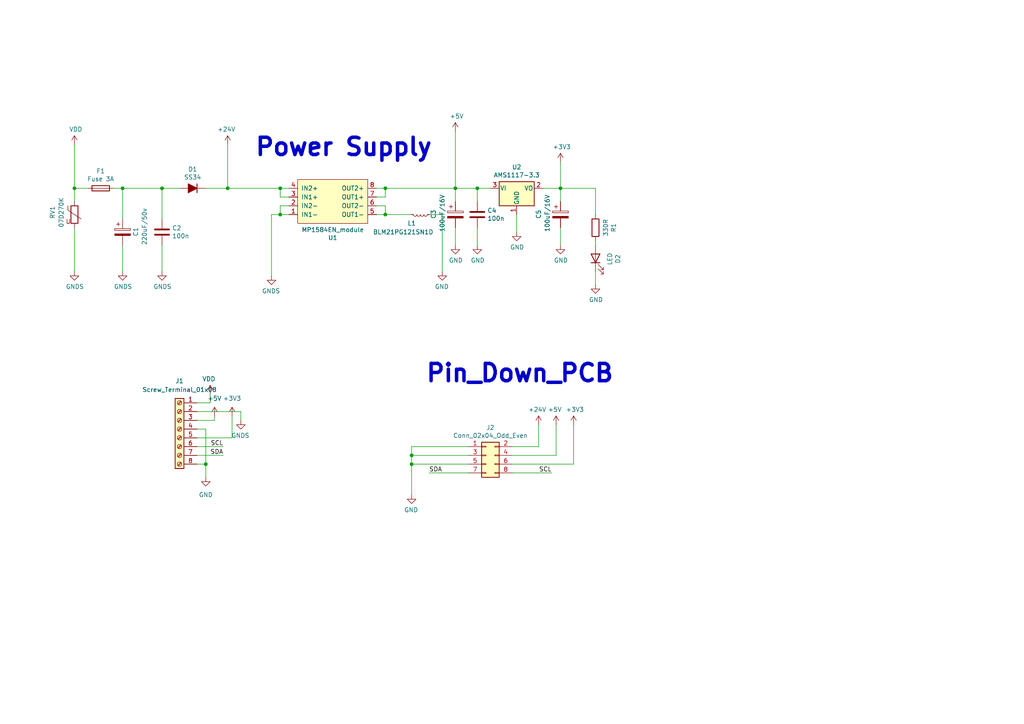
<source format=kicad_sch>
(kicad_sch (version 20211123) (generator eeschema)
  (paper "A4")
  (lib_symbols
    (symbol "Connector:Screw_Terminal_01x08" (pin_names (offset 1.016) hide)
      (property "Reference" "J" (at 0 10.16 0))
      (property "Value" "Screw_Terminal_01x08" (at 0 -12.7 0))
      (symbol "Screw_Terminal_01x08_1_1"
        (rectangle (start -1.27 8.89) (end 1.27 -11.43) (stroke (width 0.254)) (fill (type background)))
        (circle (center 0 -10.16) (radius 0.635) (stroke (width 0.1524)))
        (circle (center 0 -7.62) (radius 0.635) (stroke (width 0.1524)))
        (circle (center 0 -5.08) (radius 0.635) (stroke (width 0.1524)))
        (circle (center 0 -2.54) (radius 0.635) (stroke (width 0.1524)))
        (polyline (pts (xy -0.5334 -9.8298) (xy 0.3302 -10.668)) (stroke (width 0.1524)))
        (polyline (pts (xy -0.5334 -7.2898) (xy 0.3302 -8.128)) (stroke (width 0.1524)))
        (polyline (pts (xy -0.5334 -4.7498) (xy 0.3302 -5.588)) (stroke (width 0.1524)))
        (polyline (pts (xy -0.5334 -2.2098) (xy 0.3302 -3.048)) (stroke (width 0.1524)))
        (polyline (pts (xy -0.5334 0.3302) (xy 0.3302 -0.508)) (stroke (width 0.1524)))
        (polyline (pts (xy -0.5334 2.8702) (xy 0.3302 2.032)) (stroke (width 0.1524)))
        (polyline (pts (xy -0.5334 5.4102) (xy 0.3302 4.572)) (stroke (width 0.1524)))
        (polyline (pts (xy -0.5334 7.9502) (xy 0.3302 7.112)) (stroke (width 0.1524)))
        (polyline (pts (xy -0.3556 -9.652) (xy 0.508 -10.4902)) (stroke (width 0.1524)))
        (polyline (pts (xy -0.3556 -7.112) (xy 0.508 -7.9502)) (stroke (width 0.1524)))
        (polyline (pts (xy -0.3556 -4.572) (xy 0.508 -5.4102)) (stroke (width 0.1524)))
        (polyline (pts (xy -0.3556 -2.032) (xy 0.508 -2.8702)) (stroke (width 0.1524)))
        (polyline (pts (xy -0.3556 0.508) (xy 0.508 -0.3302)) (stroke (width 0.1524)))
        (polyline (pts (xy -0.3556 3.048) (xy 0.508 2.2098)) (stroke (width 0.1524)))
        (polyline (pts (xy -0.3556 5.588) (xy 0.508 4.7498)) (stroke (width 0.1524)))
        (polyline (pts (xy -0.3556 8.128) (xy 0.508 7.2898)) (stroke (width 0.1524)))
        (circle (center 0 0) (radius 0.635) (stroke (width 0.1524)))
        (circle (center 0 2.54) (radius 0.635) (stroke (width 0.1524)))
        (circle (center 0 5.08) (radius 0.635) (stroke (width 0.1524)))
        (circle (center 0 7.62) (radius 0.635) (stroke (width 0.1524)))
        (pin passive line (at -5.08 7.62 0) (length 3.81) (name "Pin_1") (number "1"))
        (pin passive line (at -5.08 5.08 0) (length 3.81) (name "Pin_2") (number "2"))
        (pin passive line (at -5.08 2.54 0) (length 3.81) (name "Pin_3") (number "3"))
        (pin passive line (at -5.08 0 0) (length 3.81) (name "Pin_4") (number "4"))
        (pin passive line (at -5.08 -2.54 0) (length 3.81) (name "Pin_5") (number "5"))
        (pin passive line (at -5.08 -5.08 0) (length 3.81) (name "Pin_6") (number "6"))
        (pin passive line (at -5.08 -7.62 0) (length 3.81) (name "Pin_7") (number "7"))
        (pin passive line (at -5.08 -10.16 0) (length 3.81) (name "Pin_8") (number "8"))
      )
    )
    (symbol "Connector_Generic:Conn_02x04_Odd_Even" (pin_names (offset 1.016) hide)
      (property "Reference" "J" (at 1.27 5.08 0))
      (property "Value" "Conn_02x04_Odd_Even" (at 1.27 -7.62 0))
      (symbol "Conn_02x04_Odd_Even_1_1"
        (rectangle (start -1.27 -4.953) (end 0 -5.207) (stroke (width 0.1524)))
        (rectangle (start -1.27 -2.413) (end 0 -2.667) (stroke (width 0.1524)))
        (rectangle (start -1.27 0.127) (end 0 -0.127) (stroke (width 0.1524)))
        (rectangle (start -1.27 2.667) (end 0 2.413) (stroke (width 0.1524)))
        (rectangle (start -1.27 3.81) (end 3.81 -6.35) (stroke (width 0.254)) (fill (type background)))
        (rectangle (start 3.81 -4.953) (end 2.54 -5.207) (stroke (width 0.1524)))
        (rectangle (start 3.81 -2.413) (end 2.54 -2.667) (stroke (width 0.1524)))
        (rectangle (start 3.81 0.127) (end 2.54 -0.127) (stroke (width 0.1524)))
        (rectangle (start 3.81 2.667) (end 2.54 2.413) (stroke (width 0.1524)))
        (pin passive line (at -5.08 2.54 0) (length 3.81) (name "Pin_1") (number "1"))
        (pin passive line (at 7.62 2.54 180) (length 3.81) (name "Pin_2") (number "2"))
        (pin passive line (at -5.08 0 0) (length 3.81) (name "Pin_3") (number "3"))
        (pin passive line (at 7.62 0 180) (length 3.81) (name "Pin_4") (number "4"))
        (pin passive line (at -5.08 -2.54 0) (length 3.81) (name "Pin_5") (number "5"))
        (pin passive line (at 7.62 -2.54 180) (length 3.81) (name "Pin_6") (number "6"))
        (pin passive line (at -5.08 -5.08 0) (length 3.81) (name "Pin_7") (number "7"))
        (pin passive line (at 7.62 -5.08 180) (length 3.81) (name "Pin_8") (number "8"))
      )
    )
    (symbol "Device:C" (pin_numbers hide) (pin_names (offset 0.254))
      (property "Reference" "C" (at 0.635 2.54 0))
      (property "Value" "C" (at 0.635 -2.54 0))
      (symbol "C_0_1"
        (polyline (pts (xy -2.032 -0.762) (xy 2.032 -0.762)) (stroke (width 0.508)))
        (polyline (pts (xy -2.032 0.762) (xy 2.032 0.762)) (stroke (width 0.508)))
      )
      (symbol "C_1_1"
        (pin passive line (at 0 3.81 270) (length 2.794) (name "~") (number "1"))
        (pin passive line (at 0 -3.81 90) (length 2.794) (name "~") (number "2"))
      )
    )
    (symbol "Device:CP" (pin_numbers hide) (pin_names (offset 0.254))
      (property "Reference" "C" (at 0.635 2.54 0))
      (property "Value" "Device_CP" (at 0.635 -2.54 0))
      (symbol "CP_0_1"
        (rectangle (start -2.286 0.508) (end 2.286 1.016))
        (polyline (pts (xy -1.778 2.286) (xy -0.762 2.286)))
        (polyline (pts (xy -1.27 2.794) (xy -1.27 1.778)))
        (rectangle (start 2.286 -0.508) (end -2.286 -1.016) (fill (type outline)))
      )
      (symbol "CP_1_1"
        (pin passive line (at 0 3.81 270) (length 2.794) (name "~") (number "1"))
        (pin passive line (at 0 -3.81 90) (length 2.794) (name "~") (number "2"))
      )
    )
    (symbol "Device:D_ALT" (pin_numbers hide) (pin_names (offset 1.016) hide)
      (property "Reference" "D" (at 0 2.54 0))
      (property "Value" "Device_D_ALT" (at 0 -2.54 0))
      (symbol "D_ALT_0_1"
        (polyline (pts (xy -1.27 1.27) (xy -1.27 -1.27)) (stroke (width 0.254)))
        (polyline (pts (xy 1.27 0) (xy -1.27 0)))
        (polyline (pts (xy 1.27 1.27) (xy 1.27 -1.27) (xy -1.27 0) (xy 1.27 1.27)) (stroke (width 0.254)) (fill (type outline)))
      )
      (symbol "D_ALT_1_1"
        (pin passive line (at -3.81 0 0) (length 2.54) (name "K") (number "1"))
        (pin passive line (at 3.81 0 180) (length 2.54) (name "A") (number "2"))
      )
    )
    (symbol "Device:Fuse" (pin_numbers hide) (pin_names (offset 0))
      (property "Reference" "F" (at 2.032 0 90))
      (property "Value" "Fuse" (at -1.905 0 90))
      (symbol "Fuse_0_1"
        (rectangle (start -0.762 -2.54) (end 0.762 2.54) (stroke (width 0.254)))
        (polyline (pts (xy 0 2.54) (xy 0 -2.54)))
      )
      (symbol "Fuse_1_1"
        (pin passive line (at 0 3.81 270) (length 1.27) (name "~") (number "1"))
        (pin passive line (at 0 -3.81 90) (length 1.27) (name "~") (number "2"))
      )
    )
    (symbol "Device:LED" (pin_numbers hide) (pin_names (offset 1.016) hide)
      (property "Reference" "D" (at 0 2.54 0))
      (property "Value" "LED" (at 0 -2.54 0))
      (symbol "LED_0_1"
        (polyline (pts (xy -1.27 -1.27) (xy -1.27 1.27)) (stroke (width 0.254)))
        (polyline (pts (xy -1.27 0) (xy 1.27 0)))
        (polyline (pts (xy 1.27 -1.27) (xy 1.27 1.27) (xy -1.27 0) (xy 1.27 -1.27)) (stroke (width 0.254)))
        (polyline (pts (xy -3.048 -0.762) (xy -4.572 -2.286) (xy -3.81 -2.286) (xy -4.572 -2.286) (xy -4.572 -1.524)))
        (polyline (pts (xy -1.778 -0.762) (xy -3.302 -2.286) (xy -2.54 -2.286) (xy -3.302 -2.286) (xy -3.302 -1.524)))
      )
      (symbol "LED_1_1"
        (pin passive line (at -3.81 0 0) (length 2.54) (name "K") (number "1"))
        (pin passive line (at 3.81 0 180) (length 2.54) (name "A") (number "2"))
      )
    )
    (symbol "Device:L_Small" (pin_numbers hide) (pin_names (offset 0.254) hide)
      (property "Reference" "L" (at 0.762 1.016 0))
      (property "Value" "L_Small" (at 0.762 -1.016 0))
      (symbol "L_Small_0_1"
        (arc (start 0 -2.032) (mid 0.508 -1.524) (end 0 -1.016))
        (arc (start 0 -1.016) (mid 0.508 -0.508) (end 0 0))
        (arc (start 0 0) (mid 0.508 0.508) (end 0 1.016))
        (arc (start 0 1.016) (mid 0.508 1.524) (end 0 2.032))
      )
      (symbol "L_Small_1_1"
        (pin passive line (at 0 2.54 270) (length 0.508) (name "~") (number "1"))
        (pin passive line (at 0 -2.54 90) (length 0.508) (name "~") (number "2"))
      )
    )
    (symbol "Device:R" (pin_numbers hide) (pin_names (offset 0))
      (property "Reference" "R" (at 2.032 0 90))
      (property "Value" "R" (at 0 0 90))
      (symbol "R_0_1"
        (rectangle (start -1.016 -2.54) (end 1.016 2.54) (stroke (width 0.254)))
      )
      (symbol "R_1_1"
        (pin passive line (at 0 3.81 270) (length 1.27) (name "~") (number "1"))
        (pin passive line (at 0 -3.81 90) (length 1.27) (name "~") (number "2"))
      )
    )
    (symbol "Device:Varistor" (pin_numbers hide) (pin_names (offset 0))
      (property "Reference" "RV" (at 3.175 0 90))
      (property "Value" "Varistor" (at -3.175 0 90))
      (symbol "Varistor_0_0"
        (text "U" (at -1.778 -2.032 0) (effects (font (size 1.27 1.27))))
      )
      (symbol "Varistor_0_1"
        (rectangle (start -1.016 -2.54) (end 1.016 2.54) (stroke (width 0.254)))
        (polyline (pts (xy -1.905 2.54) (xy -1.905 1.27) (xy 1.905 -1.27)))
      )
      (symbol "Varistor_1_1"
        (pin passive line (at 0 3.81 270) (length 1.27) (name "~") (number "1"))
        (pin passive line (at 0 -3.81 90) (length 1.27) (name "~") (number "2"))
      )
    )
    (symbol "MP1584EN_module:MP1584EN_module" (pin_names (offset 1.016))
      (property "Reference" "U" (at 0 0 0))
      (property "Value" "MP1584EN_module" (at 3.81 -2.54 0))
      (symbol "MP1584EN_module_0_1"
        (rectangle (start 1.27 -6.35) (end 21.59 -19.05) (fill (type background)))
      )
      (symbol "MP1584EN_module_1_1"
        (pin input line (at -1.27 -8.89 0) (length 2.54) (name "IN1-") (number "1"))
        (pin input line (at -1.27 -11.43 0) (length 2.54) (name "IN2-") (number "2"))
        (pin input line (at -1.27 -13.97 0) (length 2.54) (name "IN1+") (number "3"))
        (pin input line (at -1.27 -16.51 0) (length 2.54) (name "IN2+") (number "4"))
        (pin input line (at 24.13 -8.89 180) (length 2.54) (name "OUT1-") (number "5"))
        (pin input line (at 24.13 -11.43 180) (length 2.54) (name "OUT2-") (number "6"))
        (pin input line (at 24.13 -13.97 180) (length 2.54) (name "OUT1+") (number "7"))
        (pin input line (at 24.13 -16.51 180) (length 2.54) (name "OUT2+") (number "8"))
      )
    )
    (symbol "Regulator_Linear:AMS1117-3.3" (pin_names (offset 0.254))
      (property "Reference" "U" (at -3.81 3.175 0))
      (property "Value" "AMS1117-3.3" (at 0 3.175 0))
      (symbol "AMS1117-3.3_0_1"
        (rectangle (start -5.08 -5.08) (end 5.08 1.905) (stroke (width 0.254)) (fill (type background)))
      )
      (symbol "AMS1117-3.3_1_1"
        (pin power_in line (at 0 -7.62 90) (length 2.54) (name "GND") (number "1"))
        (pin power_out line (at 7.62 0 180) (length 2.54) (name "VO") (number "2"))
        (pin power_in line (at -7.62 0 0) (length 2.54) (name "VI") (number "3"))
      )
    )
    (symbol "power:+24V" (power) (pin_names (offset 0))
      (property "Value" "+24V" (at 0 3.556 0))
      (symbol "+24V_0_1"
        (polyline (pts (xy -0.762 1.27) (xy 0 2.54)))
        (polyline (pts (xy 0 0) (xy 0 2.54)))
        (polyline (pts (xy 0 2.54) (xy 0.762 1.27)))
      )
      (symbol "+24V_1_1"
        (pin power_in line (at 0 0 90) (length 0) hide (name "+24V") (number "1"))
      )
    )
    (symbol "power:+3.3V" (power) (pin_names (offset 0))
      (property "Value" "+3.3V" (at 0 3.556 0))
      (symbol "+3.3V_0_1"
        (polyline (pts (xy -0.762 1.27) (xy 0 2.54)))
        (polyline (pts (xy 0 0) (xy 0 2.54)))
        (polyline (pts (xy 0 2.54) (xy 0.762 1.27)))
      )
      (symbol "+3.3V_1_1"
        (pin power_in line (at 0 0 90) (length 0) hide (name "+3V3") (number "1"))
      )
    )
    (symbol "power:+5V" (power) (pin_names (offset 0))
      (property "Value" "+5V" (at 0 3.556 0))
      (symbol "+5V_0_1"
        (polyline (pts (xy -0.762 1.27) (xy 0 2.54)))
        (polyline (pts (xy 0 0) (xy 0 2.54)))
        (polyline (pts (xy 0 2.54) (xy 0.762 1.27)))
      )
      (symbol "+5V_1_1"
        (pin power_in line (at 0 0 90) (length 0) hide (name "+5V") (number "1"))
      )
    )
    (symbol "power:GND" (power) (pin_names (offset 0))
      (property "Value" "GND" (at 0 -3.81 0))
      (symbol "GND_0_1"
        (polyline (pts (xy 0 0) (xy 0 -1.27) (xy 1.27 -1.27) (xy 0 -2.54) (xy -1.27 -1.27) (xy 0 -1.27)))
      )
      (symbol "GND_1_1"
        (pin power_in line (at 0 0 270) (length 0) hide (name "GND") (number "1"))
      )
    )
    (symbol "power:GNDS" (power) (pin_names (offset 0))
      (property "Value" "GNDS" (at 0 -3.81 0))
      (symbol "GNDS_0_1"
        (polyline (pts (xy 0 0) (xy 0 -1.27) (xy 1.27 -1.27) (xy 0 -2.54) (xy -1.27 -1.27) (xy 0 -1.27)))
      )
      (symbol "GNDS_1_1"
        (pin power_in line (at 0 0 270) (length 0) hide (name "GNDS") (number "1"))
      )
    )
    (symbol "power:VDD" (power) (pin_names (offset 0))
      (property "Value" "VDD" (at 0 3.81 0))
      (symbol "VDD_0_1"
        (polyline (pts (xy -0.762 1.27) (xy 0 2.54)))
        (polyline (pts (xy 0 0) (xy 0 2.54)))
        (polyline (pts (xy 0 2.54) (xy 0.762 1.27)))
      )
      (symbol "VDD_1_1"
        (pin power_in line (at 0 0 90) (length 0) hide (name "VDD") (number "1"))
      )
    )
  )
  (junction (at 111.76 54.61))
  (junction (at 35.56 54.61))
  (junction (at 162.56 54.61))
  (junction (at 46.99 54.61))
  (junction (at 21.59 54.61))
  (junction (at 132.08 54.61))
  (junction (at 119.38 134.62))
  (junction (at 81.28 54.61))
  (junction (at 138.43 54.61))
  (junction (at 66.04 54.61))
  (junction (at 111.76 62.23))
  (junction (at 119.38 132.08))
  (junction (at 81.28 62.23))
  (junction (at 59.69 134.62))
  (wire (pts (xy 132.08 71.12) (xy 132.08 66.04)))
  (wire (pts (xy 57.15 121.92) (xy 62.23 121.92)))
  (wire (pts (xy 162.56 54.61) (xy 172.72 54.61)))
  (wire (pts (xy 119.38 132.08) (xy 119.38 134.62)))
  (wire (pts (xy 57.15 127) (xy 67.31 127)))
  (wire (pts (xy 161.29 132.08) (xy 161.29 123.19)))
  (wire (pts (xy 111.76 54.61) (xy 132.08 54.61)))
  (wire (pts (xy 46.99 54.61) (xy 52.07 54.61)))
  (wire (pts (xy 142.24 54.61) (xy 138.43 54.61)))
  (wire (pts (xy 111.76 62.23) (xy 119.38 62.23)))
  (wire (pts (xy 67.31 127) (xy 67.31 120.65)))
  (wire (pts (xy 57.15 119.38) (xy 69.85 119.38)))
  (wire (pts (xy 81.28 59.69) (xy 81.28 62.23)))
  (wire (pts (xy 83.82 62.23) (xy 81.28 62.23)))
  (wire (pts (xy 35.56 78.74) (xy 35.56 71.12)))
  (wire (pts (xy 148.59 134.62) (xy 166.37 134.62)))
  (wire (pts (xy 83.82 54.61) (xy 81.28 54.61)))
  (wire (pts (xy 119.38 129.54) (xy 135.89 129.54)))
  (wire (pts (xy 66.04 41.91) (xy 66.04 54.61)))
  (wire (pts (xy 166.37 134.62) (xy 166.37 123.19)))
  (wire (pts (xy 109.22 54.61) (xy 111.76 54.61)))
  (wire (pts (xy 25.4 54.61) (xy 21.59 54.61)))
  (wire (pts (xy 59.69 134.62) (xy 59.69 138.43)))
  (wire (pts (xy 59.69 134.62) (xy 57.15 134.62)))
  (wire (pts (xy 119.38 134.62) (xy 135.89 134.62)))
  (wire (pts (xy 148.59 129.54) (xy 156.21 129.54)))
  (wire (pts (xy 138.43 54.61) (xy 138.43 58.42)))
  (wire (pts (xy 83.82 57.15) (xy 81.28 57.15)))
  (wire (pts (xy 138.43 66.04) (xy 138.43 71.12)))
  (wire (pts (xy 59.69 124.46) (xy 59.69 134.62)))
  (wire (pts (xy 78.74 62.23) (xy 78.74 80.01)))
  (wire (pts (xy 83.82 59.69) (xy 81.28 59.69)))
  (wire (pts (xy 119.38 132.08) (xy 135.89 132.08)))
  (wire (pts (xy 172.72 82.55) (xy 172.72 78.74)))
  (wire (pts (xy 46.99 78.74) (xy 46.99 71.12)))
  (wire (pts (xy 132.08 54.61) (xy 132.08 38.1)))
  (wire (pts (xy 57.15 124.46) (xy 59.69 124.46)))
  (wire (pts (xy 66.04 54.61) (xy 81.28 54.61)))
  (wire (pts (xy 162.56 71.12) (xy 162.56 66.04)))
  (wire (pts (xy 35.56 54.61) (xy 46.99 54.61)))
  (wire (pts (xy 124.46 62.23) (xy 128.27 62.23)))
  (wire (pts (xy 162.56 54.61) (xy 162.56 46.99)))
  (wire (pts (xy 21.59 41.91) (xy 21.59 54.61)))
  (wire (pts (xy 69.85 119.38) (xy 69.85 121.92)))
  (wire (pts (xy 172.72 71.12) (xy 172.72 69.85)))
  (wire (pts (xy 57.15 116.84) (xy 60.96 116.84)))
  (wire (pts (xy 148.59 137.16) (xy 160.02 137.16)))
  (wire (pts (xy 57.15 129.54) (xy 64.77 129.54)))
  (wire (pts (xy 157.48 54.61) (xy 162.56 54.61)))
  (wire (pts (xy 81.28 62.23) (xy 78.74 62.23)))
  (wire (pts (xy 35.56 54.61) (xy 35.56 63.5)))
  (wire (pts (xy 109.22 57.15) (xy 111.76 57.15)))
  (wire (pts (xy 124.46 137.16) (xy 135.89 137.16)))
  (wire (pts (xy 21.59 66.04) (xy 21.59 78.74)))
  (wire (pts (xy 156.21 129.54) (xy 156.21 123.19)))
  (wire (pts (xy 59.69 54.61) (xy 66.04 54.61)))
  (wire (pts (xy 149.86 67.31) (xy 149.86 62.23)))
  (wire (pts (xy 119.38 134.62) (xy 119.38 143.51)))
  (wire (pts (xy 119.38 129.54) (xy 119.38 132.08)))
  (wire (pts (xy 111.76 62.23) (xy 109.22 62.23)))
  (wire (pts (xy 81.28 54.61) (xy 81.28 57.15)))
  (wire (pts (xy 62.23 121.92) (xy 62.23 120.65)))
  (wire (pts (xy 162.56 54.61) (xy 162.56 58.42)))
  (wire (pts (xy 109.22 59.69) (xy 111.76 59.69)))
  (wire (pts (xy 60.96 116.84) (xy 60.96 114.3)))
  (wire (pts (xy 111.76 57.15) (xy 111.76 54.61)))
  (wire (pts (xy 132.08 54.61) (xy 132.08 58.42)))
  (wire (pts (xy 57.15 132.08) (xy 64.77 132.08)))
  (wire (pts (xy 138.43 54.61) (xy 132.08 54.61)))
  (wire (pts (xy 172.72 54.61) (xy 172.72 62.23)))
  (wire (pts (xy 111.76 59.69) (xy 111.76 62.23)))
  (wire (pts (xy 46.99 63.5) (xy 46.99 54.61)))
  (wire (pts (xy 33.02 54.61) (xy 35.56 54.61)))
  (wire (pts (xy 21.59 54.61) (xy 21.59 58.42)))
  (wire (pts (xy 148.59 132.08) (xy 161.29 132.08)))
  (wire (pts (xy 128.27 62.23) (xy 128.27 78.74)))
  (text "Pin_Down_PCB\n\n" (at 123.19 119.38 0) (effects (font (size 5.0038 5.0038) (thickness 1.0008) bold) (justify left bottom)))
  (text "Power Supply" (at 73.66 45.72 0) (effects (font (size 5.0038 5.0038) (thickness 1.0008) bold) (justify left bottom)))
  (label "SDA" (at 124.46 137.16 0))
  (label "SDA" (at 64.77 132.08 180))
  (label "SCL" (at 160.02 137.16 180))
  (label "SCL" (at 64.77 129.54 180))
  (symbol (lib_id "power:GND") (at 132.08 71.12 0) (unit 1)
    (property "Reference" "#PWR018" (effects hide))
    (property "Value" "GND" (at 132.207 75.5142 0))
  )
  (symbol (lib_id "power:GNDS") (at 69.85 121.92 0) (mirror y) (unit 1)
    (property "Reference" "#PWR08" (effects hide))
    (property "Value" "GNDS" (at 69.723 126.3142 0))
  )
  (symbol (lib_id "power:+5V") (at 161.29 123.19 0) (mirror y) (unit 1)
    (property "Reference" "#PWR014" (effects hide))
    (property "Value" "+5V" (at 160.909 118.7958 0))
  )
  (symbol (lib_id "power:GND") (at 119.38 143.51 0) (mirror y) (unit 1)
    (property "Reference" "#PWR011" (effects hide))
    (property "Value" "GND" (at 119.253 147.9042 0))
  )
  (symbol (lib_id "power:+24V") (at 156.21 123.19 0) (mirror y) (unit 1)
    (property "Reference" "#PWR013" (effects hide))
    (property "Value" "+24V" (at 155.829 118.7958 0))
  )
  (symbol (lib_id "MP1584EN_module:MP1584EN_module") (at 85.09 71.12 0) (mirror x) (unit 1)
    (property "Reference" "U1" (at 96.52 68.961 0))
    (property "Value" "MP1584EN_module" (at 96.52 66.6496 0))
    (property "Footprint" "ESP32:MP1584-_module" (effects hide))
  )
  (symbol (lib_id "Device:LED") (at 172.72 74.93 90) (unit 1)
    (property "Reference" "D2" (at 179.197 75.1078 0))
    (property "Value" "LED" (at 176.8856 75.1078 0))
    (property "Footprint" "Capacitor_SMD:C_0805_2012Metric" (effects hide))
  )
  (symbol (lib_id "power:GNDS") (at 46.99 78.74 0) (unit 1)
    (property "Reference" "#PWR09" (effects hide))
    (property "Value" "GNDS" (at 47.117 83.1342 0))
  )
  (symbol (lib_id "power:GND") (at 149.86 67.31 0) (unit 1)
    (property "Reference" "#PWR020" (effects hide))
    (property "Value" "GND" (at 149.987 71.7042 0))
  )
  (symbol (lib_id "power:+5V") (at 132.08 38.1 0) (unit 1)
    (property "Reference" "#PWR017" (effects hide))
    (property "Value" "+5V" (at 132.461 33.7058 0))
  )
  (symbol (lib_id "Device:Varistor") (at 21.59 62.23 0) (unit 1)
    (property "Reference" "RV1" (at 15.24 63.5 90) (effects (justify left)))
    (property "Value" "07D270K" (at 17.78 66.04 90) (effects (justify left)))
    (property "Footprint" "Varistor:RV_Disc_D7mm_W3.5mm_P5mm" (effects hide))
    (property "JLCPCB" "C317745" (effects hide))
  )
  (symbol (lib_id "power:GNDS") (at 78.74 80.01 0) (mirror y) (unit 1)
    (property "Reference" "#PWR012" (effects hide))
    (property "Value" "GNDS" (at 78.613 84.4042 0))
  )
  (symbol (lib_id "power:GNDS") (at 35.56 78.74 0) (unit 1)
    (property "Reference" "#PWR05" (effects hide))
    (property "Value" "GNDS" (at 35.687 83.1342 0))
  )
  (symbol (lib_id "power:VDD") (at 21.59 41.91 0) (unit 1)
    (property "Reference" "#PWR01" (effects hide))
    (property "Value" "VDD" (at 21.971 37.5158 0))
  )
  (symbol (lib_id "power:VDD") (at 60.96 114.3 0) (mirror y) (unit 1)
    (property "Reference" "#PWR04" (effects hide))
    (property "Value" "VDD" (at 60.579 109.9058 0))
  )
  (symbol (lib_id "power:+3.3V") (at 67.31 120.65 0) (unit 1)
    (property "Reference" "#PWR07" (effects hide))
    (property "Value" "+3.3V" (at 67.31 115.57 0))
  )
  (symbol (lib_id "Device:CP") (at 162.56 62.23 0) (unit 1)
    (property "Reference" "C5" (at 156.21 63.5 90) (effects (justify left)))
    (property "Value" "100uF/16V" (at 158.75 67.31 90) (effects (justify left)))
    (property "Footprint" "Capacitor_SMD:CP_Elec_6.3x5.4" (effects hide))
    (property "JLCPCB" "C72480" (effects hide))
  )
  (symbol (lib_id "Connector_Generic:Conn_02x04_Odd_Even") (at 140.97 132.08 0) (unit 1)
    (property "Reference" "J2" (at 142.24 124.0282 0))
    (property "Value" "Conn_02x04_Odd_Even" (at 142.24 126.3396 0))
    (property "Footprint" "Connector_PinHeader_2.54mm:PinHeader_2x04_P2.54mm_Vertical" (effects hide))
  )
  (symbol (lib_id "Regulator_Linear:AMS1117-3.3") (at 149.86 54.61 0) (unit 1)
    (property "Reference" "U2" (at 149.86 48.4632 0))
    (property "Value" "AMS1117-3.3" (at 149.86 50.7746 0))
    (property "Footprint" "Package_TO_SOT_SMD:SOT-223-3_TabPin2" (effects hide))
    (property "Datasheet" "http://www.advanced-monolithic.com/pdf/ds1117.pdf" (effects hide))
  )
  (symbol (lib_id "Device:R") (at 172.72 66.04 180) (unit 1)
    (property "Reference" "R1" (at 177.9778 66.04 90))
    (property "Value" "330R" (at 175.6664 66.04 90))
    (property "Footprint" "Resistor_SMD:R_0603_1608Metric" (effects hide))
  )
  (symbol (lib_id "Device:L_Small") (at 121.92 62.23 90) (mirror x) (unit 1)
    (property "Reference" "L1" (at 120.65 64.77 90) (effects (justify left)))
    (property "Value" "BLM21PG121SN1D" (at 125.73 67.31 90) (effects (justify left)))
    (property "Footprint" "Inductor_SMD:L_0805_2012Metric" (effects hide))
  )
  (symbol (lib_id "Device:D_ALT") (at 55.88 54.61 180) (unit 1)
    (property "Reference" "D1" (at 55.88 49.0982 0))
    (property "Value" "SS34" (at 55.88 51.4096 0))
    (property "Footprint" "Diode_SMD:D_SMA" (effects hide))
    (property "JLCPCB" "C64982" (effects hide))
  )
  (symbol (lib_id "Device:C") (at 46.99 67.31 0) (unit 1)
    (property "Reference" "C2" (at 49.911 66.1416 0) (effects (justify left)))
    (property "Value" "100n" (at 49.911 68.453 0) (effects (justify left)))
    (property "Footprint" "Capacitor_SMD:C_0603_1608Metric" (effects hide))
  )
  (symbol (lib_id "Device:CP") (at 132.08 62.23 0) (unit 1)
    (property "Reference" "C3" (at 125.73 63.5 90) (effects (justify left)))
    (property "Value" "100uF/16V" (at 128.27 67.31 90) (effects (justify left)))
    (property "Footprint" "Capacitor_SMD:CP_Elec_6.3x5.4" (effects hide))
    (property "JLCPCB" "C72480" (effects hide))
  )
  (symbol (lib_id "power:GND") (at 162.56 71.12 0) (unit 1)
    (property "Reference" "#PWR022" (effects hide))
    (property "Value" "GND" (at 162.687 75.5142 0))
  )
  (symbol (lib_id "power:+5V") (at 62.23 120.65 0) (unit 1)
    (property "Reference" "#PWR06" (effects hide))
    (property "Value" "+5V" (at 62.23 115.57 0))
  )
  (symbol (lib_id "power:+3.3V") (at 166.37 123.19 0) (unit 1)
    (property "Reference" "#PWR015" (effects hide))
    (property "Value" "+3.3V" (at 166.751 118.7958 0))
  )
  (symbol (lib_id "Device:C") (at 138.43 62.23 0) (unit 1)
    (property "Reference" "C4" (at 141.351 61.0616 0) (effects (justify left)))
    (property "Value" "100n" (at 141.351 63.373 0) (effects (justify left)))
    (property "Footprint" "Capacitor_SMD:C_0603_1608Metric" (effects hide))
  )
  (symbol (lib_id "Device:CP") (at 35.56 67.31 0) (unit 1)
    (property "Reference" "C1" (at 39.37 68.58 90) (effects (justify left)))
    (property "Value" "220uF/50v" (at 41.91 71.12 90) (effects (justify left)))
    (property "Footprint" "Capacitor_SMD:CP_Elec_8x10" (effects hide))
  )
  (symbol (lib_id "power:GND") (at 59.69 138.43 0) (unit 1)
    (property "Reference" "#PWR03" (effects hide))
    (property "Value" "GND" (at 59.69 143.51 0))
  )
  (symbol (lib_id "power:+24V") (at 66.04 41.91 0) (mirror y) (unit 1)
    (property "Reference" "#PWR010" (effects hide))
    (property "Value" "+24V" (at 65.659 37.5158 0))
  )
  (symbol (lib_id "power:+3.3V") (at 162.56 46.99 0) (unit 1)
    (property "Reference" "#PWR021" (effects hide))
    (property "Value" "+3.3V" (at 162.941 42.5958 0))
  )
  (symbol (lib_id "Connector:Screw_Terminal_01x08") (at 52.07 124.46 0) (mirror y) (unit 1)
    (property "Reference" "J1" (at 52.07 110.49 0))
    (property "Value" "Screw_Terminal_01x08" (at 52.07 113.03 0))
    (property "Footprint" "Connector_Phoenix_MSTB:PhoenixContact_MSTBA_2,5_8-G_1x08_P5.00mm_Horizontal" (effects hide))
  )
  (symbol (lib_id "Device:Fuse") (at 29.21 54.61 270) (unit 1)
    (property "Reference" "F1" (at 29.21 49.6062 90))
    (property "Value" "Fuse 3A" (at 29.21 51.9176 90))
    (property "Footprint" "Fuse:Fuse_2512_6332Metric" (effects hide))
  )
  (symbol (lib_id "power:GND") (at 128.27 78.74 0) (mirror y) (unit 1)
    (property "Reference" "#PWR016" (effects hide))
    (property "Value" "GND" (at 128.143 83.1342 0))
  )
  (symbol (lib_id "power:GNDS") (at 21.59 78.74 0) (unit 1)
    (property "Reference" "#PWR02" (effects hide))
    (property "Value" "GNDS" (at 21.717 83.1342 0))
  )
  (symbol (lib_id "power:GND") (at 138.43 71.12 0) (unit 1)
    (property "Reference" "#PWR019" (effects hide))
    (property "Value" "GND" (at 138.557 75.5142 0))
  )
  (symbol (lib_id "power:GND") (at 172.72 82.55 0) (unit 1)
    (property "Reference" "#PWR023" (effects hide))
    (property "Value" "GND" (at 172.847 86.9442 0))
  )
)
</source>
